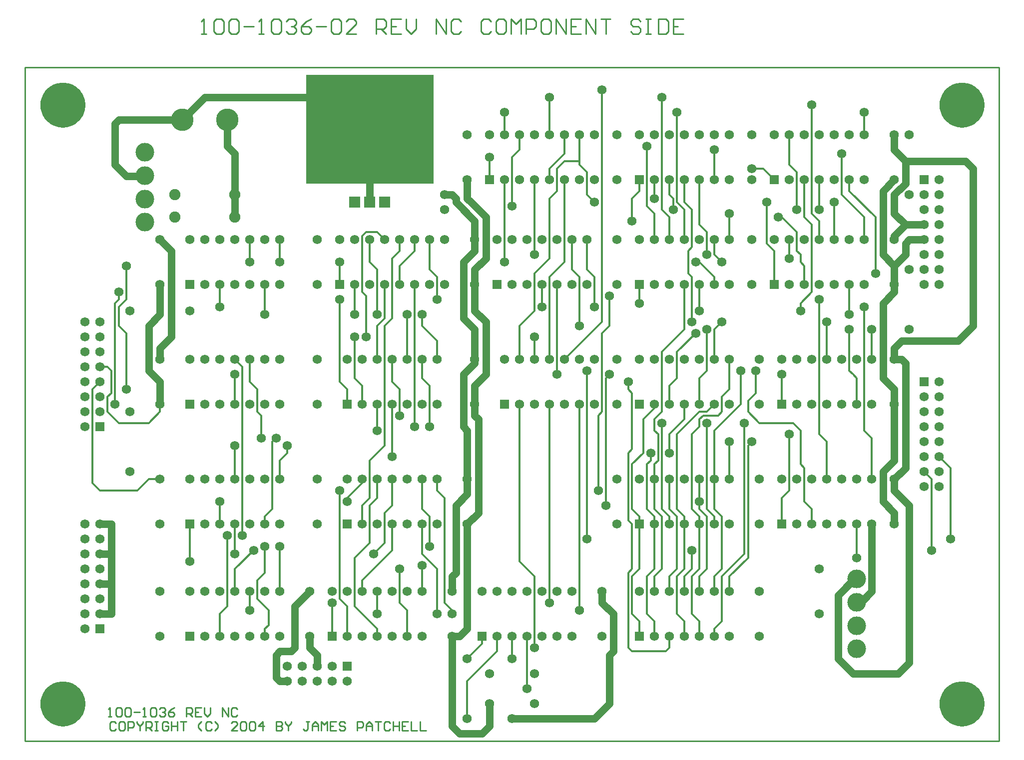
<source format=gtl>
*%FSLAX23Y23*%
*%MOIN*%
G01*
%ADD11C,0.006*%
%ADD12C,0.007*%
%ADD13C,0.008*%
%ADD14C,0.010*%
%ADD15C,0.012*%
%ADD16C,0.020*%
%ADD17C,0.036*%
%ADD18C,0.042*%
%ADD19C,0.050*%
%ADD20C,0.056*%
%ADD21C,0.062*%
%ADD22C,0.066*%
%ADD23C,0.068*%
%ADD24C,0.070*%
%ADD25C,0.075*%
%ADD26C,0.081*%
%ADD27C,0.090*%
%ADD28C,0.120*%
%ADD29C,0.125*%
%ADD30C,0.131*%
%ADD31C,0.140*%
%ADD32C,0.150*%
%ADD33C,0.156*%
%ADD34C,0.160*%
%ADD35C,0.250*%
%ADD36C,0.250*%
%ADD37R,0.062X0.062*%
%ADD38R,0.068X0.068*%
%ADD39R,0.075X0.075*%
%ADD40R,0.081X0.081*%
%ADD41R,0.250X0.250*%
D14*
X7791Y10138D02*
X7824D01*
X7808D01*
Y10238D01*
X7809D01*
X7808D02*
X7791Y10221D01*
X7874D02*
X7891Y10238D01*
X7924D01*
X7941Y10221D01*
Y10155D01*
X7924Y10138D01*
X7891D01*
X7874Y10155D01*
Y10221D01*
X7974D02*
X7991Y10238D01*
X8024D01*
X8041Y10221D01*
Y10155D01*
X8024Y10138D01*
X7991D01*
X7974Y10155D01*
Y10221D01*
X8074Y10188D02*
X8141D01*
X8174Y10138D02*
X8208D01*
X8191D01*
Y10238D01*
X8192D01*
X8191D02*
X8174Y10221D01*
X8258D02*
X8274Y10238D01*
X8308D01*
X8324Y10221D01*
Y10155D01*
X8308Y10138D01*
X8274D01*
X8258Y10155D01*
Y10221D01*
X8357D02*
X8374Y10238D01*
X8407D01*
X8424Y10221D01*
Y10205D01*
X8425D01*
X8424D02*
X8425D01*
X8424D02*
X8425D01*
X8424D02*
X8407Y10188D01*
X8391D01*
X8407D01*
X8424Y10171D01*
Y10155D01*
X8407Y10138D01*
X8374D01*
X8357Y10155D01*
X8491Y10221D02*
X8524Y10238D01*
X8491Y10221D02*
X8457Y10188D01*
Y10155D01*
X8474Y10138D01*
X8507D01*
X8524Y10155D01*
Y10171D01*
X8507Y10188D01*
X8457D01*
X8557D02*
X8624D01*
X8657Y10221D02*
X8674Y10238D01*
X8707D01*
X8724Y10221D01*
Y10155D01*
X8707Y10138D01*
X8674D01*
X8657Y10155D01*
Y10221D01*
X8757Y10138D02*
X8824D01*
X8757D02*
X8824Y10205D01*
Y10221D01*
X8807Y10238D01*
X8774D01*
X8757Y10221D01*
X8957Y10238D02*
Y10138D01*
Y10238D02*
X9007D01*
X9024Y10221D01*
Y10188D01*
X9007Y10171D01*
X8957D01*
X8991D02*
X9024Y10138D01*
X9057Y10238D02*
X9124D01*
X9057D02*
Y10138D01*
X9124D01*
X9091Y10188D02*
X9057D01*
X9157Y10171D02*
Y10238D01*
Y10171D02*
X9191Y10138D01*
X9224Y10171D01*
Y10238D01*
X9357D02*
Y10138D01*
X9424D02*
X9357Y10238D01*
X9424D02*
Y10138D01*
X9524Y10221D02*
X9507Y10238D01*
X9474D01*
X9457Y10221D01*
Y10155D01*
X9474Y10138D01*
X9507D01*
X9524Y10155D01*
X9707Y10238D02*
X9724Y10221D01*
X9707Y10238D02*
X9674D01*
X9657Y10221D01*
Y10155D01*
X9674Y10138D01*
X9707D01*
X9724Y10155D01*
X9774Y10238D02*
X9807D01*
X9774D02*
X9757Y10221D01*
Y10155D01*
X9774Y10138D01*
X9807D01*
X9824Y10155D01*
Y10221D01*
X9807Y10238D01*
X9857D02*
Y10138D01*
X9890Y10205D02*
X9857Y10238D01*
X9890Y10205D02*
X9924Y10238D01*
Y10138D01*
X9957D02*
Y10238D01*
X10007D01*
X10024Y10221D01*
Y10188D01*
X10007Y10171D01*
X9957D01*
X10074Y10238D02*
X10107D01*
X10074D02*
X10057Y10221D01*
Y10155D01*
X10074Y10138D01*
X10107D01*
X10124Y10155D01*
Y10221D01*
X10107Y10238D01*
X10157D02*
Y10138D01*
X10224D02*
X10157Y10238D01*
X10224D02*
Y10138D01*
X10257Y10238D02*
X10324D01*
X10257D02*
Y10138D01*
X10324D01*
X10290Y10188D02*
X10257D01*
X10357Y10138D02*
Y10238D01*
X10423Y10138D01*
Y10238D01*
X10457D02*
X10523D01*
X10490D01*
Y10138D01*
X10707Y10238D02*
X10723Y10221D01*
X10707Y10238D02*
X10673D01*
X10657Y10221D01*
Y10205D01*
X10673Y10188D01*
X10707D01*
X10723Y10171D01*
Y10155D01*
X10707Y10138D01*
X10673D01*
X10657Y10155D01*
X10757Y10238D02*
X10790D01*
X10773D01*
Y10138D01*
X10757D01*
X10790D01*
X10840D02*
Y10238D01*
Y10138D02*
X10890D01*
X10907Y10155D01*
Y10221D01*
X10890Y10238D01*
X10840D01*
X10940D02*
X11007D01*
X10940D02*
Y10138D01*
X11007D01*
X10973Y10188D02*
X10940D01*
X7191Y5578D02*
X7171D01*
X7181D02*
X7191D01*
X7181D02*
Y5638D01*
X7182D01*
X7181D02*
X7171Y5628D01*
X7221D02*
X7231Y5638D01*
X7251D01*
X7261Y5628D01*
Y5588D01*
X7251Y5578D01*
X7231D01*
X7221Y5588D01*
Y5628D01*
X7281D02*
X7291Y5638D01*
X7311D01*
X7321Y5628D01*
Y5588D01*
X7311Y5578D01*
X7291D01*
X7281Y5588D01*
Y5628D01*
X7341Y5608D02*
X7381D01*
X7401Y5578D02*
X7421D01*
X7411D01*
Y5638D01*
X7412D01*
X7411D02*
X7401Y5628D01*
X7451D02*
X7461Y5638D01*
X7481D01*
X7491Y5628D01*
Y5588D01*
X7481Y5578D01*
X7461D01*
X7451Y5588D01*
Y5628D01*
X7511D02*
X7521Y5638D01*
X7541D01*
X7551Y5628D01*
Y5618D01*
X7552D01*
X7551D02*
X7552D01*
X7551D02*
X7552D01*
X7551D02*
X7541Y5608D01*
X7531D01*
X7541D01*
X7551Y5598D01*
Y5588D01*
X7541Y5578D01*
X7521D01*
X7511Y5588D01*
X7591Y5628D02*
X7611Y5638D01*
X7591Y5628D02*
X7571Y5608D01*
Y5588D01*
X7581Y5578D01*
X7601D01*
X7611Y5588D01*
Y5598D01*
X7601Y5608D01*
X7571D01*
X7691Y5578D02*
Y5638D01*
X7721D01*
X7731Y5628D01*
Y5608D01*
X7721Y5598D01*
X7691D01*
X7711D02*
X7731Y5578D01*
X7751Y5638D02*
X7791D01*
X7751D02*
Y5578D01*
X7791D01*
X7771Y5608D02*
X7751D01*
X7811Y5598D02*
Y5638D01*
Y5598D02*
X7831Y5578D01*
X7851Y5598D01*
Y5638D01*
X7931D02*
Y5578D01*
X7971D02*
X7931Y5638D01*
X7971D02*
Y5578D01*
X8031Y5628D02*
X8021Y5638D01*
X8001D01*
X7991Y5628D01*
Y5588D01*
X8001Y5578D01*
X8021D01*
X8031Y5588D01*
X7221Y5533D02*
X7211Y5543D01*
X7191D01*
X7181Y5533D01*
Y5493D01*
X7191Y5483D01*
X7211D01*
X7221Y5493D01*
X7251Y5543D02*
X7271D01*
X7251D02*
X7241Y5533D01*
Y5493D01*
X7251Y5483D01*
X7271D01*
X7281Y5493D01*
Y5533D01*
X7271Y5543D01*
X7301D02*
Y5483D01*
Y5543D02*
X7331D01*
X7341Y5533D01*
Y5513D01*
X7331Y5503D01*
X7301D01*
X7361Y5533D02*
Y5543D01*
Y5533D02*
X7381Y5513D01*
X7401Y5533D01*
Y5543D01*
X7381Y5513D02*
Y5483D01*
X7421D02*
Y5543D01*
X7451D01*
X7461Y5533D01*
Y5513D01*
X7451Y5503D01*
X7421D01*
X7441D02*
X7461Y5483D01*
X7481Y5543D02*
X7501D01*
X7491D01*
Y5483D01*
X7481D01*
X7501D01*
X7561Y5543D02*
X7571Y5533D01*
X7561Y5543D02*
X7541D01*
X7531Y5533D01*
Y5493D01*
X7541Y5483D01*
X7561D01*
X7571Y5493D01*
Y5513D01*
X7551D01*
X7591Y5543D02*
Y5483D01*
Y5513D01*
X7631D01*
Y5543D01*
Y5483D01*
X7651Y5543D02*
X7691D01*
X7671D01*
Y5483D01*
X7771Y5503D02*
X7791Y5483D01*
X7771Y5503D02*
Y5523D01*
X7791Y5543D01*
X7851D02*
X7861Y5533D01*
X7851Y5543D02*
X7831D01*
X7821Y5533D01*
Y5493D01*
X7831Y5483D01*
X7851D01*
X7861Y5493D01*
X7881Y5483D02*
X7901Y5503D01*
Y5523D01*
X7881Y5543D01*
X7991Y5483D02*
X8031D01*
X7991D02*
X8031Y5523D01*
Y5533D01*
X8021Y5543D01*
X8001D01*
X7991Y5533D01*
X8051D02*
X8061Y5543D01*
X8081D01*
X8091Y5533D01*
Y5493D01*
X8081Y5483D01*
X8061D01*
X8051Y5493D01*
Y5533D01*
X8111D02*
X8121Y5543D01*
X8141D01*
X8151Y5533D01*
Y5493D01*
X8141Y5483D01*
X8121D01*
X8111Y5493D01*
Y5533D01*
X8201Y5543D02*
Y5483D01*
X8171Y5513D02*
X8201Y5543D01*
X8211Y5513D02*
X8171D01*
X8291Y5543D02*
Y5483D01*
X8321D01*
X8331Y5493D01*
Y5503D01*
X8321Y5513D01*
X8291D01*
X8292D01*
X8291D02*
X8292D01*
X8291D02*
X8292D01*
X8291D02*
X8321D01*
X8331Y5523D01*
Y5533D01*
X8321Y5543D01*
X8291D01*
X8351D02*
Y5533D01*
X8371Y5513D01*
X8391Y5533D01*
Y5543D01*
X8371Y5513D02*
Y5483D01*
X8491Y5543D02*
X8511D01*
X8501D02*
X8491D01*
X8501D02*
Y5493D01*
X8491Y5483D01*
X8481D01*
X8471Y5493D01*
X8531Y5483D02*
Y5523D01*
X8551Y5543D01*
X8571Y5523D01*
Y5483D01*
Y5513D01*
X8531D01*
X8591Y5483D02*
Y5543D01*
X8611Y5523D01*
X8631Y5543D01*
Y5483D01*
X8651Y5543D02*
X8691D01*
X8651D02*
Y5483D01*
X8691D01*
X8671Y5513D02*
X8651D01*
X8740Y5543D02*
X8750Y5533D01*
X8740Y5543D02*
X8721D01*
X8711Y5533D01*
Y5523D01*
X8721Y5513D01*
X8740D01*
X8750Y5503D01*
Y5493D01*
X8740Y5483D01*
X8721D01*
X8711Y5493D01*
X8830Y5483D02*
Y5543D01*
X8860D01*
X8870Y5533D01*
Y5513D01*
X8860Y5503D01*
X8830D01*
X8890Y5483D02*
Y5523D01*
X8910Y5543D01*
X8930Y5523D01*
Y5483D01*
Y5513D01*
X8890D01*
X8950Y5543D02*
X8990D01*
X8970D01*
Y5483D01*
X9040Y5543D02*
X9050Y5533D01*
X9040Y5543D02*
X9020D01*
X9010Y5533D01*
Y5493D01*
X9020Y5483D01*
X9040D01*
X9050Y5493D01*
X9070Y5483D02*
Y5543D01*
Y5513D02*
Y5483D01*
Y5513D02*
X9110D01*
Y5543D01*
Y5483D01*
X9130Y5543D02*
X9170D01*
X9130D02*
Y5483D01*
X9170D01*
X9150Y5513D02*
X9130D01*
X9190Y5543D02*
Y5483D01*
X9230D01*
X9250D02*
Y5543D01*
Y5483D02*
X9290D01*
X13116Y5413D02*
Y9913D01*
X6616D02*
Y5413D01*
X13116D01*
Y9913D02*
X6616D01*
D15*
X8816Y6313D02*
X8966Y6163D01*
X12091Y9038D02*
X12216Y8913D01*
X12291D02*
X12116Y9088D01*
X10466Y8213D02*
X10216Y7963D01*
X10966Y8013D02*
X11091Y8138D01*
X9766Y6013D02*
X9566Y5813D01*
X8141Y6688D02*
X8016Y6563D01*
X8866Y6488D02*
X9066Y6688D01*
X11216Y7488D02*
X11391Y7663D01*
X11441Y6638D02*
X11316Y6513D01*
X10866Y8013D02*
X11016Y8163D01*
X11116Y7613D02*
X10966Y7463D01*
X11416Y6663D02*
X11266Y6513D01*
X7066Y7138D02*
Y7763D01*
X7166Y7713D02*
Y7613D01*
X7066Y7138D02*
X7116Y7088D01*
X7241Y7538D02*
X7166Y7613D01*
X7191Y7888D02*
X7166Y7913D01*
X7116Y7813D02*
X7066Y7763D01*
X7166Y7713D02*
X7191Y7738D01*
X10666Y6013D02*
X10891D01*
X7191Y7738D02*
Y7888D01*
X7291Y8363D02*
Y8588D01*
X7241Y8313D02*
Y8188D01*
X7291Y8138D02*
Y7763D01*
X7241Y8363D02*
Y8413D01*
X7216Y8338D02*
Y7663D01*
X7291Y8138D02*
X7241Y8188D01*
X7441Y7163D02*
X7366Y7088D01*
X7241Y8313D02*
X7291Y8363D01*
X7241D02*
X7216Y8338D01*
X7516Y7663D02*
Y7613D01*
X7441Y7538D01*
X7716Y6863D02*
Y6613D01*
X7916Y8313D02*
Y8463D01*
Y6263D02*
Y6113D01*
Y6863D02*
Y7013D01*
X7966Y6313D02*
X7916Y6263D01*
X8116Y8613D02*
Y8763D01*
X7966Y6788D02*
Y6313D01*
X8016Y6413D02*
Y6563D01*
X8066Y6788D02*
Y7913D01*
X8016Y6863D02*
Y6663D01*
Y7163D02*
Y7388D01*
X8116Y7813D02*
Y7963D01*
X8016Y7863D02*
Y7663D01*
X8116Y6413D02*
Y6288D01*
X8066Y7913D02*
X8016Y7963D01*
X8116Y7813D02*
X8166Y7763D01*
X7366Y7088D02*
X7116D01*
X8316Y8613D02*
Y8763D01*
X8216Y8463D02*
Y8263D01*
Y6163D02*
Y6113D01*
X8241Y6188D02*
Y6288D01*
X8166Y6363D02*
Y6488D01*
X8216Y6538D02*
Y6713D01*
X8316D02*
Y6413D01*
Y7163D02*
Y7288D01*
X8216Y6913D02*
Y6863D01*
X8266Y6963D02*
Y7413D01*
X8166Y7613D02*
Y7763D01*
X8191Y7588D02*
Y7438D01*
X8166Y6363D02*
X8241Y6288D01*
X8191Y7588D02*
X8166Y7613D01*
X8241Y6188D02*
X8216Y6163D01*
X8166Y6488D02*
X8216Y6538D01*
X8316Y7288D02*
X8366Y7338D01*
X8266Y6963D02*
X8216Y6913D01*
X8266Y7413D02*
X8291Y7438D01*
X7516Y7163D02*
X7441D01*
X8366Y7338D02*
Y7388D01*
X7441Y7538D02*
X7241D01*
X11516D02*
X11741D01*
X8716Y7813D02*
Y8363D01*
Y8463D02*
Y8613D01*
Y7088D02*
Y6363D01*
X8666Y6338D02*
Y6113D01*
X8766Y7763D02*
X8716Y7813D01*
Y6363D02*
X8766Y6313D01*
X11116Y7613D02*
X11166D01*
X11141Y7588D02*
X11241D01*
X8866Y7663D02*
Y7788D01*
X8816Y7838D02*
Y8113D01*
X8766Y7763D02*
Y7663D01*
X8866Y8413D02*
Y8788D01*
X8891Y8388D02*
Y8113D01*
X8866Y6488D02*
Y6413D01*
X8916Y6738D02*
Y6988D01*
X8816Y6638D02*
Y6313D01*
X8766D02*
Y6113D01*
X8866Y7138D02*
Y7163D01*
X8766Y7038D02*
Y7013D01*
X8816Y8263D02*
Y8463D01*
X8916Y8713D02*
Y8763D01*
Y8713D02*
Y8613D01*
X8866Y6988D02*
Y6863D01*
X8916Y7038D02*
Y7288D01*
X8866Y7788D02*
X8816Y7838D01*
X8891Y8388D02*
X8866Y8413D01*
X8966Y8563D02*
X8916Y8613D01*
X8866Y8788D02*
X8891Y8813D01*
X9016Y6738D02*
X8941Y6663D01*
X8916Y6738D02*
X8816Y6638D01*
X8766Y7038D02*
X8866Y7138D01*
X8966Y7038D02*
X8916Y6988D01*
X8866D02*
X8916Y7038D01*
Y7288D02*
X9016Y7388D01*
X7166Y7913D02*
X7116D01*
X9116Y8463D02*
Y8588D01*
X8966Y7663D02*
Y7488D01*
X9066Y7313D02*
Y7663D01*
Y7163D02*
Y6988D01*
X9016Y6938D02*
Y6738D01*
X9066Y6688D02*
Y6863D01*
Y7813D02*
Y7963D01*
X9116Y7763D02*
Y7588D01*
X8966Y8263D02*
Y8563D01*
Y8188D02*
Y7963D01*
X9016Y8238D02*
Y8463D01*
X8966Y7163D02*
Y7038D01*
Y6163D02*
Y6113D01*
X9116Y8688D02*
Y8763D01*
X9016Y8188D02*
Y7388D01*
X9066Y8238D02*
Y8638D01*
X9116Y6563D02*
Y6338D01*
X8966Y6263D02*
Y6413D01*
X9016Y8763D02*
X8966Y8813D01*
X9066Y7813D02*
X9116Y7763D01*
Y6338D02*
X9166Y6288D01*
X9116Y8588D02*
X9216Y8688D01*
X9066Y6988D02*
X9016Y6938D01*
X8966Y8188D02*
X9016Y8238D01*
Y8188D02*
X9066Y8238D01*
Y8638D02*
X9116Y8688D01*
X9216D02*
Y8763D01*
Y8463D02*
Y7513D01*
X9316Y8563D02*
Y8763D01*
Y6913D02*
Y6713D01*
X9266Y6663D02*
Y6863D01*
Y6963D02*
Y7163D01*
Y7838D02*
Y7963D01*
X9316Y7788D02*
Y7513D01*
X9266Y8188D02*
Y8263D01*
X9166D02*
Y7963D01*
X9266Y6588D02*
Y6413D01*
X9166Y6288D02*
Y6113D01*
X9366Y6563D02*
X9266Y6663D01*
X9316Y6913D02*
X9266Y6963D01*
X9316Y7788D02*
X9266Y7838D01*
X9366Y8088D02*
X9266Y8188D01*
X9366Y8513D02*
X9316Y8563D01*
X9366Y6563D02*
Y6263D01*
Y7088D02*
Y7163D01*
X9466Y6288D02*
Y6263D01*
X9416Y6338D02*
Y7038D01*
X9366Y7963D02*
Y8088D01*
Y8363D02*
Y8513D01*
X9416Y6338D02*
X9466Y6288D01*
X9416Y7038D02*
X9366Y7088D01*
X9566Y5813D02*
Y5563D01*
X9666Y6063D02*
Y6113D01*
X9716Y9163D02*
Y9313D01*
X9666Y6063D02*
X9566Y5963D01*
X11091Y8613D02*
X11116D01*
X9916Y8188D02*
Y7963D01*
X9766Y6113D02*
Y6013D01*
X9866Y5963D02*
Y6113D01*
X9916Y9363D02*
Y9463D01*
X9866Y9313D02*
Y8988D01*
X9816Y9463D02*
Y9613D01*
Y9163D02*
Y8613D01*
X9916Y7663D02*
Y6613D01*
X10016Y6513D01*
X9916Y8188D02*
X10016Y8288D01*
X9866Y9313D02*
X9916Y9363D01*
X8966Y8813D02*
X8891D01*
X11641Y8913D02*
X11666D01*
X10116Y9163D02*
Y9238D01*
X10016Y8113D02*
Y7963D01*
X10116Y8638D02*
Y9038D01*
X10016Y8538D02*
Y8288D01*
X10116Y8513D02*
Y7963D01*
X10066Y8313D02*
Y8463D01*
X9966Y6113D02*
Y5763D01*
X10116Y9463D02*
Y9713D01*
X10016Y9163D02*
Y8663D01*
Y6513D02*
Y6038D01*
X10116Y6338D02*
Y7663D01*
Y9238D02*
X10216Y9338D01*
X10166Y9088D02*
X10116Y9038D01*
Y8638D02*
X10016Y8538D01*
X10116Y8513D02*
X10216Y8613D01*
Y9338D02*
Y9463D01*
X10166Y9238D02*
Y9088D01*
X10216Y9163D02*
Y8613D01*
X10266Y8563D02*
Y8763D01*
X10166Y8463D02*
Y7863D01*
X10316Y8513D02*
X10266Y8563D01*
X10166Y9238D02*
X10216Y9288D01*
X10316D01*
X11466Y9238D02*
X11541D01*
X10466Y9763D02*
Y8213D01*
Y8138D02*
Y7613D01*
X10316Y9288D02*
Y9388D01*
Y9463D01*
Y9263D01*
X10366Y8763D02*
Y8563D01*
X10416Y8513D02*
Y8313D01*
X10316Y8188D02*
Y8513D01*
X10491Y7838D02*
Y6988D01*
X10366Y6763D02*
Y7888D01*
X10441Y7588D02*
Y7088D01*
X10316Y7663D02*
Y6288D01*
X10366Y9063D02*
Y9213D01*
Y8563D02*
X10416Y8513D01*
X10366Y9213D02*
X10316Y9263D01*
X10366Y9063D02*
X10416Y9013D01*
X10516Y8188D02*
X10466Y8138D01*
X10516Y7863D02*
X10491Y7838D01*
X10466Y7613D02*
X10441Y7588D01*
X10516Y8188D02*
Y8388D01*
X10666Y8888D02*
Y9038D01*
Y7263D02*
Y6963D01*
Y7363D02*
Y7738D01*
X10641Y7338D02*
Y6888D01*
X10666Y6863D02*
Y6563D01*
X10641Y6538D02*
Y6038D01*
Y7763D02*
Y7813D01*
X10666Y6513D02*
Y6263D01*
X10716Y6913D02*
X10666Y6963D01*
X10641Y6888D02*
X10666Y6863D01*
X10641Y6038D02*
X10666Y6013D01*
Y7738D02*
X10641Y7763D01*
X10666Y6263D02*
X10716Y6213D01*
X10666Y9038D02*
X10716Y9088D01*
X10741Y7338D02*
X10666Y7263D01*
X10641Y7338D02*
X10666Y7363D01*
Y6563D02*
X10641Y6538D01*
X10666Y6513D02*
X10716Y6563D01*
Y9088D02*
Y9163D01*
X10866Y8963D02*
Y9713D01*
X10816Y8938D02*
Y8763D01*
X10766Y8988D02*
Y9388D01*
X10716Y8463D02*
Y8338D01*
X10816Y7263D02*
Y7163D01*
Y6963D01*
X10866Y7713D02*
Y8013D01*
Y7713D02*
Y7613D01*
X10816Y7563D02*
Y7488D01*
X10841Y7463D02*
Y7288D01*
X10816Y6913D02*
Y6863D01*
Y6563D01*
X10791Y7288D02*
Y7338D01*
X10766Y7263D02*
Y6963D01*
X10741Y7338D02*
Y7563D01*
X10816Y7638D02*
Y7663D01*
X10716Y6913D02*
Y6863D01*
Y6838D01*
X10866Y6963D02*
Y7538D01*
X10816Y9038D02*
Y9163D01*
Y6513D02*
Y6413D01*
X10866Y6563D02*
Y6913D01*
X10816Y6213D02*
Y6113D01*
X10766Y6263D02*
Y6513D01*
X10716Y6213D02*
Y6113D01*
Y6563D02*
Y6838D01*
X10916Y8913D02*
X10866Y8963D01*
X10816Y8938D02*
X10766Y8988D01*
X10816Y7488D02*
X10841Y7463D01*
X10766Y6963D02*
X10816Y6913D01*
X10866Y6963D02*
X10916Y6913D01*
X10866D02*
X10816Y6963D01*
X10766Y6263D02*
X10816Y6213D01*
Y7563D02*
X10866Y7613D01*
X10841Y7288D02*
X10816Y7263D01*
X10791Y7288D02*
X10766Y7263D01*
X10741Y7563D02*
X10816Y7638D01*
X10916Y6038D02*
X10891Y6013D01*
X10816Y6513D02*
X10866Y6563D01*
X10816D02*
X10766Y6513D01*
X11066Y8713D02*
Y8963D01*
X11041Y8688D02*
Y8538D01*
X11066Y8513D02*
Y8213D01*
X10916Y8763D02*
Y8913D01*
X11016Y9013D02*
Y9163D01*
X10916D02*
Y9063D01*
X10941Y9038D02*
Y8963D01*
X11016D02*
Y8763D01*
X10966Y9013D02*
Y9613D01*
X10916Y7788D02*
Y7663D01*
X10966Y7838D02*
Y8013D01*
X11016Y6513D02*
Y6413D01*
X11066Y6563D02*
Y6688D01*
X11016Y8163D02*
Y8463D01*
Y7663D02*
Y7563D01*
X10916Y7463D02*
Y7338D01*
X11016Y6913D02*
Y6863D01*
Y6563D01*
X10966Y6963D02*
Y7463D01*
X11066D02*
Y6963D01*
X10916Y6913D02*
Y6863D01*
Y6113D02*
Y6038D01*
X11066Y6263D02*
Y6513D01*
X11016Y6213D02*
Y6113D01*
X10966Y6263D02*
Y6513D01*
X10916D02*
Y6413D01*
Y6963D02*
Y7163D01*
X10966Y6913D02*
Y6563D01*
X11066Y8513D02*
X11041Y8538D01*
X11066Y8963D02*
X11016Y9013D01*
X10941Y9038D02*
X10916Y9063D01*
X10966Y9013D02*
X11016Y8963D01*
X10966Y6963D02*
X11016Y6913D01*
X11066Y6963D02*
X11116Y6913D01*
X11066Y6263D02*
X11116Y6213D01*
X11016D02*
X10966Y6263D01*
Y6913D02*
X10916Y6963D01*
X11041Y8688D02*
X11066Y8713D01*
X10966Y7838D02*
X10916Y7788D01*
X11066Y6563D02*
X11016Y6513D01*
X10916Y7463D02*
X11016Y7563D01*
X11066Y7463D02*
X11116Y7513D01*
Y6563D02*
X11066Y6513D01*
X11016Y6563D02*
X10966Y6513D01*
X10916D02*
X10966Y6563D01*
X11216Y8463D02*
Y8513D01*
X11116Y7163D02*
Y6963D01*
X11216Y9163D02*
Y9363D01*
X11116Y8463D02*
Y8288D01*
X11216Y8663D02*
Y8763D01*
Y8163D02*
Y7963D01*
X11116Y7838D02*
Y7663D01*
X11166Y7888D02*
Y8163D01*
X11216Y7488D02*
Y7163D01*
Y6963D01*
X11116Y6913D02*
Y6863D01*
Y6563D01*
X11266Y7613D02*
Y7713D01*
X11116Y7563D02*
Y7513D01*
X11216Y6913D02*
Y6863D01*
X11166Y6963D02*
Y7538D01*
X11216Y6163D02*
Y6113D01*
X11266Y6213D02*
Y6513D01*
X11116Y8863D02*
Y9163D01*
X11166Y8813D02*
Y8663D01*
X11116Y6513D02*
Y6413D01*
X11166Y6563D02*
Y6913D01*
X11216Y6513D02*
Y6413D01*
X11266Y6563D02*
Y6913D01*
X11116Y6213D02*
Y6113D01*
X11216Y8513D02*
X11116Y8613D01*
X11216Y8663D02*
X11266Y8613D01*
X11166Y6963D02*
X11216Y6913D01*
X11166Y8813D02*
X11116Y8863D01*
Y6963D02*
X11166Y6913D01*
X11216Y6963D02*
X11266Y6913D01*
X11216Y8163D02*
X11266Y8213D01*
X11166Y7888D02*
X11116Y7838D01*
X11216Y7663D02*
X11166Y7613D01*
X11266Y7713D02*
X11316Y7763D01*
X11266Y7613D02*
X11241Y7588D01*
X11141D02*
X11116Y7563D01*
X11266Y6213D02*
X11216Y6163D01*
X11116Y6513D02*
X11166Y6563D01*
X11216Y6513D02*
X11266Y6563D01*
X11441Y7613D02*
Y7688D01*
X11316Y8763D02*
Y8938D01*
X11391Y7888D02*
Y7663D01*
X11316Y7413D02*
Y7163D01*
Y6513D02*
Y6413D01*
X11441Y6638D02*
Y7388D01*
X11316Y7763D02*
Y7963D01*
X11416Y7538D02*
Y6663D01*
X11516Y7538D02*
X11441Y7613D01*
Y7688D02*
X11491Y7738D01*
X11466Y7413D02*
X11441Y7388D01*
X11491Y7738D02*
Y7888D01*
X11666Y7038D02*
Y6863D01*
Y7663D02*
Y7863D01*
X11616Y8463D02*
Y8688D01*
X11566Y8738D02*
Y9013D01*
X11666Y8913D02*
X11766Y8813D01*
X11616Y8688D02*
X11566Y8738D01*
X11616Y9163D02*
X11541Y9238D01*
X11716Y7088D02*
X11666Y7038D01*
X11866Y6963D02*
Y6863D01*
X11816Y7013D02*
Y7238D01*
X11791Y7263D02*
Y7488D01*
X11816Y8463D02*
Y8588D01*
X11766Y8688D02*
Y8813D01*
X11791Y8663D02*
Y8613D01*
X11866Y8938D02*
Y9663D01*
X11816Y9163D02*
Y8913D01*
X11791Y8338D02*
Y8288D01*
X11866Y8413D02*
Y8863D01*
X11716Y7463D02*
Y7088D01*
Y8638D02*
Y8763D01*
Y9263D02*
Y9463D01*
X11766Y9213D02*
Y8963D01*
X11816Y7013D02*
X11866Y6963D01*
X11816Y7238D02*
X11791Y7263D01*
Y7488D02*
X11741Y7538D01*
X11791Y8663D02*
X11766Y8688D01*
X11791Y8613D02*
X11816Y8588D01*
X11916Y8888D02*
X11866Y8938D01*
X11816Y8913D02*
X11866Y8863D01*
X11766Y9213D02*
X11716Y9263D01*
X11866Y8413D02*
X11791Y8338D01*
X11916Y8763D02*
Y8888D01*
X12066Y9063D02*
Y9338D01*
X11966Y8213D02*
Y7963D01*
Y7413D02*
Y7163D01*
X11916Y7463D02*
Y8363D01*
Y8963D02*
Y9163D01*
X12016Y9013D02*
Y8763D01*
X12091Y9038D02*
X12066Y9063D01*
X11916Y7463D02*
X11966Y7413D01*
X12216Y7488D02*
Y8313D01*
X12116Y8163D02*
Y7888D01*
X12166Y6863D02*
Y6638D01*
X12116Y8263D02*
Y8463D01*
X12216Y8763D02*
Y8913D01*
X12116Y9088D02*
Y9163D01*
X12216Y9463D02*
Y9613D01*
X12266Y8163D02*
Y7963D01*
X12166Y7838D02*
Y7663D01*
X12266Y7438D02*
Y7163D01*
Y7438D02*
X12216Y7488D01*
X12141Y7863D02*
X12116Y7888D01*
X12141Y7863D02*
X12166Y7838D01*
X12291Y8538D02*
Y8913D01*
X12616Y7213D02*
X12666Y7163D01*
X12791Y7238D02*
Y6763D01*
X12666Y6688D02*
Y7163D01*
X12791Y7238D02*
X12716Y7313D01*
D19*
X12941Y9238D02*
X12891Y9288D01*
X12416Y7088D02*
X12516Y6988D01*
X12041Y5963D02*
X12141Y5863D01*
X12416Y7763D02*
X12341Y7838D01*
X12491Y9288D02*
X12416Y9363D01*
Y8938D02*
X12491Y8863D01*
X12341Y8663D02*
X12416Y8588D01*
X12341Y7013D02*
X12416Y6938D01*
X12491Y7938D02*
X12466Y7963D01*
X7291Y9188D02*
X7216Y9263D01*
X8516Y6038D02*
X8566Y5988D01*
X8316Y5813D02*
X8291Y5838D01*
X10466Y6338D02*
X10541Y6263D01*
X9516Y5463D02*
X9466Y5513D01*
X9491Y9038D02*
X9466Y9063D01*
X9491Y9013D02*
X9616Y8888D01*
X9591Y9013D02*
X9566Y9038D01*
X9591Y9013D02*
X9691Y8913D01*
X9541Y8238D02*
X9616Y8163D01*
X9691Y8213D02*
X9616Y8288D01*
X9541Y7513D02*
X9566Y7488D01*
X9641Y7563D02*
X9616Y7588D01*
X7516Y7813D02*
X7441Y7888D01*
X7591Y8688D02*
X7566Y8713D01*
X7516Y8763D01*
X8016Y9338D02*
X7966Y9388D01*
X12841Y8088D02*
X12941Y8188D01*
X12466Y8088D02*
X12416Y8038D01*
X12516Y5938D02*
X12441Y5863D01*
X12041Y6388D02*
X12166Y6513D01*
X12266Y6413D02*
X12191Y6338D01*
X12341Y8338D02*
X12416Y8413D01*
Y9063D02*
X12491Y9138D01*
X12416Y9163D02*
X12341Y9088D01*
X12416Y7288D02*
X12341Y7213D01*
X12416Y7163D02*
X12491Y7238D01*
X7241Y9563D02*
X7216Y9538D01*
X7666Y9563D02*
X7816Y9713D01*
X9491Y6538D02*
X9466Y6513D01*
X9491Y6988D02*
X9566Y7063D01*
X8516Y6413D02*
X8416Y6313D01*
X8316Y6013D02*
X8291Y5988D01*
X8391Y6013D02*
X8416Y6038D01*
X12416Y8788D02*
X12491Y8863D01*
Y8663D02*
X12416Y8588D01*
X12491Y8738D02*
X12516Y8763D01*
X10541Y6013D02*
X10516Y5988D01*
Y5663D02*
X10416Y5563D01*
X9716Y5513D02*
X9666Y5463D01*
X9516Y6113D02*
X9566Y6163D01*
X9616Y8563D02*
X9691Y8638D01*
X9616Y8688D02*
X9541Y8613D01*
X9691Y7863D02*
X9616Y7788D01*
X9591Y7913D02*
X9616Y7938D01*
X9591Y7913D02*
X9541Y7863D01*
X9641Y6938D02*
X9566Y6863D01*
X7516Y8263D02*
X7441Y8188D01*
X7516Y8038D02*
X7591Y8113D01*
X9866Y5563D02*
X10416D01*
X9666Y5463D02*
X9516D01*
X12141Y5863D02*
X12441D01*
X8366Y5813D02*
X8316D01*
Y6013D02*
X8391D01*
X9466Y6113D02*
X9516D01*
X7216Y9263D02*
Y9538D01*
X7191Y6863D02*
Y6663D01*
Y6463D01*
Y6263D01*
X12166Y6338D02*
X12191D01*
X7191Y6263D02*
X7116D01*
X7516Y8263D02*
Y8463D01*
X7441Y8188D02*
Y7888D01*
X7516Y7813D02*
Y7663D01*
Y7963D02*
Y8038D01*
X7191Y6463D02*
X7116D01*
X7591Y8113D02*
Y8688D01*
X7191Y6663D02*
X7116D01*
Y6863D02*
X7191D01*
X8016Y9063D02*
Y9338D01*
Y9063D02*
Y8913D01*
X7966Y9388D02*
Y9563D01*
X8291Y5988D02*
Y5838D01*
X8516Y6038D02*
Y6113D01*
X8416Y6038D02*
Y6313D01*
X8566Y5988D02*
Y5913D01*
X8916Y9013D02*
Y9713D01*
X12466Y8088D02*
X12841D01*
X12466Y7963D02*
X12416D01*
X9466Y6513D02*
Y6413D01*
X9491Y6538D02*
Y6988D01*
X9466Y6113D02*
Y5513D01*
X9491Y9013D02*
Y9038D01*
X9566Y7163D02*
Y7063D01*
X9716Y5663D02*
Y5513D01*
X9566Y6163D02*
Y6863D01*
X9616Y8763D02*
Y8888D01*
X9566Y9038D02*
Y9163D01*
X9691Y8913D02*
Y8638D01*
X9616Y8563D02*
Y8463D01*
Y8688D02*
Y8763D01*
X9541Y8613D02*
Y8238D01*
X9616Y8163D02*
Y7963D01*
Y8288D02*
Y8463D01*
X9691Y8213D02*
Y7863D01*
X9616Y7788D02*
Y7663D01*
Y7938D02*
Y7963D01*
X9541Y7863D02*
Y7513D01*
X9566Y7488D02*
Y7163D01*
X9616Y7588D02*
Y7663D01*
X9641Y7563D02*
Y6938D01*
X12491Y8863D02*
X12616D01*
Y8763D02*
X12516D01*
X9466Y9063D02*
X9416D01*
X12491Y9288D02*
X12891D01*
X7416Y9188D02*
X7291D01*
X10466Y6413D02*
Y6338D01*
X10541Y6263D02*
Y6013D01*
X10516Y5988D02*
Y5663D01*
X7666Y9563D02*
X7241D01*
X7816Y9713D02*
X8916D01*
X12041Y6388D02*
Y5963D01*
X12266Y6413D02*
Y6863D01*
X12416Y7963D02*
Y8038D01*
Y7163D02*
Y7088D01*
Y8413D02*
Y8463D01*
X12341Y8338D02*
Y7838D01*
X12416Y7763D02*
Y7663D01*
Y8938D02*
Y9063D01*
Y9363D02*
Y9463D01*
X12341Y9088D02*
Y8663D01*
X12416Y6938D02*
Y6863D01*
X12341Y7013D02*
Y7213D01*
X12416Y7288D02*
Y7663D01*
Y8763D02*
Y8788D01*
Y8588D02*
Y8463D01*
X12516Y6988D02*
Y5938D01*
X12491Y9138D02*
Y9288D01*
Y7938D02*
Y7238D01*
Y8663D02*
Y8738D01*
X12941Y9238D02*
Y8188D01*
X12741Y9663D02*
X12742D01*
X12741D02*
X12741Y9653D01*
X12743Y9643D01*
X12745Y9633D01*
X12747Y9623D01*
X12751Y9614D01*
X12755Y9605D01*
X12760Y9596D01*
X12766Y9588D01*
X12772Y9580D01*
X12779Y9573D01*
X12787Y9566D01*
X12795Y9560D01*
X12804Y9555D01*
X12812Y9550D01*
X12822Y9546D01*
X12831Y9543D01*
X12841Y9541D01*
X12851Y9539D01*
X12861Y9538D01*
X12871D01*
X12881Y9539D01*
X12891Y9541D01*
X12901Y9543D01*
X12910Y9546D01*
X12920Y9550D01*
X12928Y9555D01*
X12937Y9560D01*
X12945Y9566D01*
X12953Y9573D01*
X12960Y9580D01*
X12966Y9588D01*
X12972Y9596D01*
X12977Y9605D01*
X12981Y9614D01*
X12985Y9623D01*
X12987Y9633D01*
X12989Y9643D01*
X12991Y9653D01*
X12991Y9663D01*
X12992D01*
X12991D02*
X12991Y9673D01*
X12989Y9683D01*
X12987Y9693D01*
X12985Y9703D01*
X12981Y9712D01*
X12977Y9721D01*
X12972Y9730D01*
X12966Y9738D01*
X12960Y9746D01*
X12953Y9753D01*
X12945Y9760D01*
X12937Y9766D01*
X12928Y9771D01*
X12920Y9776D01*
X12910Y9780D01*
X12901Y9783D01*
X12891Y9785D01*
X12881Y9787D01*
X12871Y9788D01*
X12861D01*
X12851Y9787D01*
X12841Y9785D01*
X12831Y9783D01*
X12822Y9780D01*
X12812Y9776D01*
X12804Y9771D01*
X12795Y9766D01*
X12787Y9760D01*
X12779Y9753D01*
X12772Y9746D01*
X12766Y9738D01*
X12760Y9730D01*
X12755Y9721D01*
X12751Y9712D01*
X12747Y9703D01*
X12745Y9693D01*
X12743Y9683D01*
X12741Y9673D01*
X12741Y9663D01*
X12789D02*
X12790D01*
X12789D02*
X12790Y9654D01*
X12791Y9645D01*
X12794Y9637D01*
X12797Y9628D01*
X12802Y9621D01*
X12807Y9614D01*
X12813Y9607D01*
X12820Y9601D01*
X12828Y9596D01*
X12836Y9592D01*
X12844Y9589D01*
X12853Y9587D01*
X12862Y9586D01*
X12870D01*
X12879Y9587D01*
X12888Y9589D01*
X12896Y9592D01*
X12904Y9596D01*
X12912Y9601D01*
X12919Y9607D01*
X12925Y9614D01*
X12930Y9621D01*
X12935Y9628D01*
X12938Y9637D01*
X12941Y9645D01*
X12942Y9654D01*
X12943Y9663D01*
X12944D01*
X12943D02*
X12942Y9672D01*
X12941Y9681D01*
X12938Y9689D01*
X12935Y9698D01*
X12930Y9705D01*
X12925Y9712D01*
X12919Y9719D01*
X12912Y9725D01*
X12904Y9730D01*
X12896Y9734D01*
X12888Y9737D01*
X12879Y9739D01*
X12870Y9740D01*
X12862D01*
X12853Y9739D01*
X12844Y9737D01*
X12836Y9734D01*
X12828Y9730D01*
X12820Y9725D01*
X12813Y9719D01*
X12807Y9712D01*
X12802Y9705D01*
X12797Y9698D01*
X12794Y9689D01*
X12791Y9681D01*
X12790Y9672D01*
X12789Y9663D01*
X12837D02*
X12838D01*
X12837D02*
X12838Y9657D01*
X12840Y9651D01*
X12843Y9646D01*
X12847Y9641D01*
X12852Y9638D01*
X12857Y9635D01*
X12863Y9634D01*
X12869D01*
X12875Y9635D01*
X12880Y9638D01*
X12885Y9641D01*
X12889Y9646D01*
X12892Y9651D01*
X12894Y9657D01*
X12895Y9663D01*
X12896D01*
X12895D02*
X12894Y9669D01*
X12892Y9675D01*
X12889Y9680D01*
X12885Y9685D01*
X12880Y9688D01*
X12875Y9691D01*
X12869Y9692D01*
X12863D01*
X12857Y9691D01*
X12852Y9688D01*
X12847Y9685D01*
X12843Y9680D01*
X12840Y9675D01*
X12838Y9669D01*
X12837Y9663D01*
X12866D02*
D03*
X12741Y5663D02*
X12742D01*
X12741D02*
X12741Y5653D01*
X12743Y5643D01*
X12745Y5633D01*
X12747Y5623D01*
X12751Y5614D01*
X12755Y5605D01*
X12760Y5596D01*
X12766Y5588D01*
X12772Y5580D01*
X12779Y5573D01*
X12787Y5566D01*
X12795Y5560D01*
X12804Y5555D01*
X12812Y5550D01*
X12822Y5546D01*
X12831Y5543D01*
X12841Y5541D01*
X12851Y5539D01*
X12861Y5538D01*
X12871D01*
X12881Y5539D01*
X12891Y5541D01*
X12901Y5543D01*
X12910Y5546D01*
X12920Y5550D01*
X12928Y5555D01*
X12937Y5560D01*
X12945Y5566D01*
X12953Y5573D01*
X12960Y5580D01*
X12966Y5588D01*
X12972Y5596D01*
X12977Y5605D01*
X12981Y5614D01*
X12985Y5623D01*
X12987Y5633D01*
X12989Y5643D01*
X12991Y5653D01*
X12991Y5663D01*
X12992D01*
X12991D02*
X12991Y5673D01*
X12989Y5683D01*
X12987Y5693D01*
X12985Y5703D01*
X12981Y5712D01*
X12977Y5721D01*
X12972Y5730D01*
X12966Y5738D01*
X12960Y5746D01*
X12953Y5753D01*
X12945Y5760D01*
X12937Y5766D01*
X12928Y5771D01*
X12920Y5776D01*
X12910Y5780D01*
X12901Y5783D01*
X12891Y5785D01*
X12881Y5787D01*
X12871Y5788D01*
X12861D01*
X12851Y5787D01*
X12841Y5785D01*
X12831Y5783D01*
X12822Y5780D01*
X12812Y5776D01*
X12804Y5771D01*
X12795Y5766D01*
X12787Y5760D01*
X12779Y5753D01*
X12772Y5746D01*
X12766Y5738D01*
X12760Y5730D01*
X12755Y5721D01*
X12751Y5712D01*
X12747Y5703D01*
X12745Y5693D01*
X12743Y5683D01*
X12741Y5673D01*
X12741Y5663D01*
X12789D02*
X12790D01*
X12789D02*
X12790Y5654D01*
X12791Y5645D01*
X12794Y5637D01*
X12797Y5628D01*
X12802Y5621D01*
X12807Y5614D01*
X12813Y5607D01*
X12820Y5601D01*
X12828Y5596D01*
X12836Y5592D01*
X12844Y5589D01*
X12853Y5587D01*
X12862Y5586D01*
X12870D01*
X12879Y5587D01*
X12888Y5589D01*
X12896Y5592D01*
X12904Y5596D01*
X12912Y5601D01*
X12919Y5607D01*
X12925Y5614D01*
X12930Y5621D01*
X12935Y5628D01*
X12938Y5637D01*
X12941Y5645D01*
X12942Y5654D01*
X12943Y5663D01*
X12944D01*
X12943D02*
X12942Y5672D01*
X12941Y5681D01*
X12938Y5689D01*
X12935Y5698D01*
X12930Y5705D01*
X12925Y5712D01*
X12919Y5719D01*
X12912Y5725D01*
X12904Y5730D01*
X12896Y5734D01*
X12888Y5737D01*
X12879Y5739D01*
X12870Y5740D01*
X12862D01*
X12853Y5739D01*
X12844Y5737D01*
X12836Y5734D01*
X12828Y5730D01*
X12820Y5725D01*
X12813Y5719D01*
X12807Y5712D01*
X12802Y5705D01*
X12797Y5698D01*
X12794Y5689D01*
X12791Y5681D01*
X12790Y5672D01*
X12789Y5663D01*
X12837D02*
X12838D01*
X12837D02*
X12838Y5657D01*
X12840Y5651D01*
X12843Y5646D01*
X12847Y5641D01*
X12852Y5638D01*
X12857Y5635D01*
X12863Y5634D01*
X12869D01*
X12875Y5635D01*
X12880Y5638D01*
X12885Y5641D01*
X12889Y5646D01*
X12892Y5651D01*
X12894Y5657D01*
X12895Y5663D01*
X12896D01*
X12895D02*
X12894Y5669D01*
X12892Y5675D01*
X12889Y5680D01*
X12885Y5685D01*
X12880Y5688D01*
X12875Y5691D01*
X12869Y5692D01*
X12863D01*
X12857Y5691D01*
X12852Y5688D01*
X12847Y5685D01*
X12843Y5680D01*
X12840Y5675D01*
X12838Y5669D01*
X12837Y5663D01*
X12866D02*
D03*
X6741Y9663D02*
X6742D01*
X6741D02*
X6741Y9653D01*
X6743Y9643D01*
X6745Y9633D01*
X6747Y9623D01*
X6751Y9614D01*
X6755Y9605D01*
X6760Y9596D01*
X6766Y9588D01*
X6772Y9580D01*
X6779Y9573D01*
X6787Y9566D01*
X6795Y9560D01*
X6804Y9555D01*
X6812Y9550D01*
X6822Y9546D01*
X6831Y9543D01*
X6841Y9541D01*
X6851Y9539D01*
X6861Y9538D01*
X6871D01*
X6881Y9539D01*
X6891Y9541D01*
X6901Y9543D01*
X6910Y9546D01*
X6920Y9550D01*
X6928Y9555D01*
X6937Y9560D01*
X6945Y9566D01*
X6953Y9573D01*
X6960Y9580D01*
X6966Y9588D01*
X6972Y9596D01*
X6977Y9605D01*
X6981Y9614D01*
X6985Y9623D01*
X6987Y9633D01*
X6989Y9643D01*
X6991Y9653D01*
X6991Y9663D01*
X6992D01*
X6991D02*
X6991Y9673D01*
X6989Y9683D01*
X6987Y9693D01*
X6985Y9703D01*
X6981Y9712D01*
X6977Y9721D01*
X6972Y9730D01*
X6966Y9738D01*
X6960Y9746D01*
X6953Y9753D01*
X6945Y9760D01*
X6937Y9766D01*
X6928Y9771D01*
X6920Y9776D01*
X6910Y9780D01*
X6901Y9783D01*
X6891Y9785D01*
X6881Y9787D01*
X6871Y9788D01*
X6861D01*
X6851Y9787D01*
X6841Y9785D01*
X6831Y9783D01*
X6822Y9780D01*
X6812Y9776D01*
X6804Y9771D01*
X6795Y9766D01*
X6787Y9760D01*
X6779Y9753D01*
X6772Y9746D01*
X6766Y9738D01*
X6760Y9730D01*
X6755Y9721D01*
X6751Y9712D01*
X6747Y9703D01*
X6745Y9693D01*
X6743Y9683D01*
X6741Y9673D01*
X6741Y9663D01*
X6789D02*
X6790D01*
X6789D02*
X6790Y9654D01*
X6791Y9645D01*
X6794Y9637D01*
X6797Y9628D01*
X6802Y9621D01*
X6807Y9614D01*
X6813Y9607D01*
X6820Y9601D01*
X6828Y9596D01*
X6836Y9592D01*
X6844Y9589D01*
X6853Y9587D01*
X6862Y9586D01*
X6870D01*
X6879Y9587D01*
X6888Y9589D01*
X6896Y9592D01*
X6904Y9596D01*
X6912Y9601D01*
X6919Y9607D01*
X6925Y9614D01*
X6930Y9621D01*
X6935Y9628D01*
X6938Y9637D01*
X6941Y9645D01*
X6942Y9654D01*
X6943Y9663D01*
X6944D01*
X6943D02*
X6942Y9672D01*
X6941Y9681D01*
X6938Y9689D01*
X6935Y9698D01*
X6930Y9705D01*
X6925Y9712D01*
X6919Y9719D01*
X6912Y9725D01*
X6904Y9730D01*
X6896Y9734D01*
X6888Y9737D01*
X6879Y9739D01*
X6870Y9740D01*
X6862D01*
X6853Y9739D01*
X6844Y9737D01*
X6836Y9734D01*
X6828Y9730D01*
X6820Y9725D01*
X6813Y9719D01*
X6807Y9712D01*
X6802Y9705D01*
X6797Y9698D01*
X6794Y9689D01*
X6791Y9681D01*
X6790Y9672D01*
X6789Y9663D01*
X6837D02*
X6838D01*
X6837D02*
X6838Y9657D01*
X6840Y9651D01*
X6843Y9646D01*
X6847Y9641D01*
X6852Y9638D01*
X6857Y9635D01*
X6863Y9634D01*
X6869D01*
X6875Y9635D01*
X6880Y9638D01*
X6885Y9641D01*
X6889Y9646D01*
X6892Y9651D01*
X6894Y9657D01*
X6895Y9663D01*
X6896D01*
X6895D02*
X6894Y9669D01*
X6892Y9675D01*
X6889Y9680D01*
X6885Y9685D01*
X6880Y9688D01*
X6875Y9691D01*
X6869Y9692D01*
X6863D01*
X6857Y9691D01*
X6852Y9688D01*
X6847Y9685D01*
X6843Y9680D01*
X6840Y9675D01*
X6838Y9669D01*
X6837Y9663D01*
X6866D02*
D03*
X6741Y5663D02*
X6742D01*
X6741D02*
X6741Y5653D01*
X6743Y5643D01*
X6745Y5633D01*
X6747Y5623D01*
X6751Y5614D01*
X6755Y5605D01*
X6760Y5596D01*
X6766Y5588D01*
X6772Y5580D01*
X6779Y5573D01*
X6787Y5566D01*
X6795Y5560D01*
X6804Y5555D01*
X6812Y5550D01*
X6822Y5546D01*
X6831Y5543D01*
X6841Y5541D01*
X6851Y5539D01*
X6861Y5538D01*
X6871D01*
X6881Y5539D01*
X6891Y5541D01*
X6901Y5543D01*
X6910Y5546D01*
X6920Y5550D01*
X6928Y5555D01*
X6937Y5560D01*
X6945Y5566D01*
X6953Y5573D01*
X6960Y5580D01*
X6966Y5588D01*
X6972Y5596D01*
X6977Y5605D01*
X6981Y5614D01*
X6985Y5623D01*
X6987Y5633D01*
X6989Y5643D01*
X6991Y5653D01*
X6991Y5663D01*
X6992D01*
X6991D02*
X6991Y5673D01*
X6989Y5683D01*
X6987Y5693D01*
X6985Y5703D01*
X6981Y5712D01*
X6977Y5721D01*
X6972Y5730D01*
X6966Y5738D01*
X6960Y5746D01*
X6953Y5753D01*
X6945Y5760D01*
X6937Y5766D01*
X6928Y5771D01*
X6920Y5776D01*
X6910Y5780D01*
X6901Y5783D01*
X6891Y5785D01*
X6881Y5787D01*
X6871Y5788D01*
X6861D01*
X6851Y5787D01*
X6841Y5785D01*
X6831Y5783D01*
X6822Y5780D01*
X6812Y5776D01*
X6804Y5771D01*
X6795Y5766D01*
X6787Y5760D01*
X6779Y5753D01*
X6772Y5746D01*
X6766Y5738D01*
X6760Y5730D01*
X6755Y5721D01*
X6751Y5712D01*
X6747Y5703D01*
X6745Y5693D01*
X6743Y5683D01*
X6741Y5673D01*
X6741Y5663D01*
X6789D02*
X6790D01*
X6789D02*
X6790Y5654D01*
X6791Y5645D01*
X6794Y5637D01*
X6797Y5628D01*
X6802Y5621D01*
X6807Y5614D01*
X6813Y5607D01*
X6820Y5601D01*
X6828Y5596D01*
X6836Y5592D01*
X6844Y5589D01*
X6853Y5587D01*
X6862Y5586D01*
X6870D01*
X6879Y5587D01*
X6888Y5589D01*
X6896Y5592D01*
X6904Y5596D01*
X6912Y5601D01*
X6919Y5607D01*
X6925Y5614D01*
X6930Y5621D01*
X6935Y5628D01*
X6938Y5637D01*
X6941Y5645D01*
X6942Y5654D01*
X6943Y5663D01*
X6944D01*
X6943D02*
X6942Y5672D01*
X6941Y5681D01*
X6938Y5689D01*
X6935Y5698D01*
X6930Y5705D01*
X6925Y5712D01*
X6919Y5719D01*
X6912Y5725D01*
X6904Y5730D01*
X6896Y5734D01*
X6888Y5737D01*
X6879Y5739D01*
X6870Y5740D01*
X6862D01*
X6853Y5739D01*
X6844Y5737D01*
X6836Y5734D01*
X6828Y5730D01*
X6820Y5725D01*
X6813Y5719D01*
X6807Y5712D01*
X6802Y5705D01*
X6797Y5698D01*
X6794Y5689D01*
X6791Y5681D01*
X6790Y5672D01*
X6789Y5663D01*
X6837D02*
X6838D01*
X6837D02*
X6838Y5657D01*
X6840Y5651D01*
X6843Y5646D01*
X6847Y5641D01*
X6852Y5638D01*
X6857Y5635D01*
X6863Y5634D01*
X6869D01*
X6875Y5635D01*
X6880Y5638D01*
X6885Y5641D01*
X6889Y5646D01*
X6892Y5651D01*
X6894Y5657D01*
X6895Y5663D01*
X6896D01*
X6895D02*
X6894Y5669D01*
X6892Y5675D01*
X6889Y5680D01*
X6885Y5685D01*
X6880Y5688D01*
X6875Y5691D01*
X6869Y5692D01*
X6863D01*
X6857Y5691D01*
X6852Y5688D01*
X6847Y5685D01*
X6843Y5680D01*
X6840Y5675D01*
X6838Y5669D01*
X6837Y5663D01*
X6866D02*
D03*
D21*
X12666Y6688D02*
D03*
X12791Y6763D02*
D03*
X12291Y8538D02*
D03*
X12216Y9613D02*
D03*
X12266Y8163D02*
D03*
X12116Y8263D02*
D03*
Y8163D02*
D03*
X12216Y8313D02*
D03*
X12166Y6638D02*
D03*
X12066Y9338D02*
D03*
X12016Y9013D02*
D03*
X11916Y8963D02*
D03*
Y8363D02*
D03*
X11966Y8213D02*
D03*
X11866Y9663D02*
D03*
X11766Y8963D02*
D03*
X11716Y8638D02*
D03*
X11791Y8288D02*
D03*
X11716Y7463D02*
D03*
X11566Y9013D02*
D03*
X11666Y7863D02*
D03*
X11641Y8913D02*
D03*
X11491Y7888D02*
D03*
X11466Y9238D02*
D03*
X11416Y7538D02*
D03*
X11391Y7888D02*
D03*
X11316Y8938D02*
D03*
X11466Y7413D02*
D03*
X11316D02*
D03*
X11216Y9363D02*
D03*
X11166Y8663D02*
D03*
Y7538D02*
D03*
Y8163D02*
D03*
X11266Y8213D02*
D03*
Y8613D02*
D03*
X11116Y8288D02*
D03*
Y7013D02*
D03*
X10966Y9613D02*
D03*
X10941Y8963D02*
D03*
X11066Y8213D02*
D03*
X11091Y8613D02*
D03*
Y8138D02*
D03*
X10916Y7338D02*
D03*
X11066Y6688D02*
D03*
X10766Y9388D02*
D03*
X10866Y9713D02*
D03*
X10816Y9038D02*
D03*
X10866Y7538D02*
D03*
X10716Y8338D02*
D03*
X10791Y7338D02*
D03*
X10641Y7813D02*
D03*
X10666Y8888D02*
D03*
X10516Y7863D02*
D03*
Y8388D02*
D03*
X10466Y9763D02*
D03*
X10416Y9013D02*
D03*
X10366Y7888D02*
D03*
X10316Y8188D02*
D03*
X10416Y8313D02*
D03*
X10316Y6288D02*
D03*
X10441Y7088D02*
D03*
X10366Y6763D02*
D03*
X10491Y6988D02*
D03*
X10166Y7863D02*
D03*
X10116Y9713D02*
D03*
X10016Y8663D02*
D03*
X10066Y8313D02*
D03*
X10016Y8113D02*
D03*
X10116Y6338D02*
D03*
X10016Y6038D02*
D03*
X9966Y5763D02*
D03*
X9816Y9613D02*
D03*
Y8613D02*
D03*
X9866Y8988D02*
D03*
X9716Y9313D02*
D03*
X9366Y8363D02*
D03*
Y6263D02*
D03*
X9466D02*
D03*
X9166Y8263D02*
D03*
X9266D02*
D03*
Y6588D02*
D03*
X9316Y7513D02*
D03*
X9216D02*
D03*
X9316Y6713D02*
D03*
X8966Y8263D02*
D03*
X9116Y7588D02*
D03*
X8966Y6263D02*
D03*
X9116Y6563D02*
D03*
X9066Y7313D02*
D03*
X8966Y7488D02*
D03*
X8816Y8263D02*
D03*
X8891Y8113D02*
D03*
X8816D02*
D03*
X8766Y7013D02*
D03*
X8941Y6663D02*
D03*
X8716Y8613D02*
D03*
Y8363D02*
D03*
X8666Y6338D02*
D03*
X8716Y7088D02*
D03*
X8366Y7388D02*
D03*
X8216Y8263D02*
D03*
X8316Y8613D02*
D03*
X8191Y7438D02*
D03*
X8291D02*
D03*
X8316Y6713D02*
D03*
X8216D02*
D03*
X8016Y7863D02*
D03*
X8116Y8613D02*
D03*
Y6288D02*
D03*
X8016Y7388D02*
D03*
Y6663D02*
D03*
X8066Y6788D02*
D03*
X8141Y6688D02*
D03*
X7966Y6788D02*
D03*
X7916Y8313D02*
D03*
Y7013D02*
D03*
X7716Y6613D02*
D03*
X7291Y7763D02*
D03*
Y8588D02*
D03*
X7216Y7663D02*
D03*
X7241Y8413D02*
D03*
X12516Y9063D02*
D03*
Y9463D02*
D03*
X12416Y9163D02*
D03*
Y9463D02*
D03*
X12716Y9163D02*
D03*
X12616Y9063D02*
D03*
X12716D02*
D03*
X12616Y8963D02*
D03*
X12716D02*
D03*
X12616Y8863D02*
D03*
X12716D02*
D03*
X12616Y8763D02*
D03*
X12716D02*
D03*
X12616Y8663D02*
D03*
X12716D02*
D03*
X12616Y8563D02*
D03*
X12716D02*
D03*
X12616Y8463D02*
D03*
X12716D02*
D03*
X12516Y8563D02*
D03*
Y8163D02*
D03*
X12416Y8463D02*
D03*
Y8763D02*
D03*
X12716Y7813D02*
D03*
X12616Y7713D02*
D03*
X12716D02*
D03*
X12616Y7613D02*
D03*
X12716D02*
D03*
X12616Y7513D02*
D03*
X12716D02*
D03*
X12616Y7413D02*
D03*
X12716D02*
D03*
X12616Y7313D02*
D03*
X12716D02*
D03*
X12616Y7213D02*
D03*
X12716D02*
D03*
X12616Y7113D02*
D03*
X12716D02*
D03*
X12416Y7663D02*
D03*
Y7963D02*
D03*
X11916Y6263D02*
D03*
Y6563D02*
D03*
X12416Y6863D02*
D03*
Y7163D02*
D03*
X11466Y9163D02*
D03*
Y9463D02*
D03*
X10916Y9163D02*
D03*
X10716Y9463D02*
D03*
X10816D02*
D03*
X10916D02*
D03*
X11016D02*
D03*
X11116D02*
D03*
X11216D02*
D03*
X11316D02*
D03*
Y9163D02*
D03*
X11216D02*
D03*
X11116D02*
D03*
X11016D02*
D03*
X10816D02*
D03*
X10566D02*
D03*
Y9463D02*
D03*
X11816Y9163D02*
D03*
X11616Y9463D02*
D03*
X11716D02*
D03*
X11816D02*
D03*
X11916D02*
D03*
X12016D02*
D03*
X12116D02*
D03*
X12216D02*
D03*
Y9163D02*
D03*
X12116D02*
D03*
X12016D02*
D03*
X11916D02*
D03*
X11716D02*
D03*
X10916Y8463D02*
D03*
X10716Y8763D02*
D03*
X10816D02*
D03*
X10916D02*
D03*
X11016D02*
D03*
X11116D02*
D03*
X11216D02*
D03*
X11316D02*
D03*
Y8463D02*
D03*
X11216D02*
D03*
X11116D02*
D03*
X11016D02*
D03*
X10816D02*
D03*
X10566D02*
D03*
Y8763D02*
D03*
X11466Y8463D02*
D03*
Y8763D02*
D03*
X11816Y8463D02*
D03*
X11616Y8763D02*
D03*
X11716D02*
D03*
X11816D02*
D03*
X11916D02*
D03*
X12016D02*
D03*
X12116D02*
D03*
X12216D02*
D03*
Y8463D02*
D03*
X12116D02*
D03*
X12016D02*
D03*
X11916D02*
D03*
X11716D02*
D03*
X10916Y7663D02*
D03*
X10716Y7963D02*
D03*
X10816D02*
D03*
X10916D02*
D03*
X11016D02*
D03*
X11116D02*
D03*
X11216D02*
D03*
X11316D02*
D03*
Y7663D02*
D03*
X11216D02*
D03*
X11116D02*
D03*
X11016D02*
D03*
X10816D02*
D03*
X11866D02*
D03*
X11666Y7963D02*
D03*
X11766D02*
D03*
X11866D02*
D03*
X11966D02*
D03*
X12066D02*
D03*
X12166D02*
D03*
X12266D02*
D03*
Y7663D02*
D03*
X12166D02*
D03*
X12066D02*
D03*
X11966D02*
D03*
X11766D02*
D03*
X10566D02*
D03*
Y7963D02*
D03*
X11516Y7663D02*
D03*
Y7963D02*
D03*
Y6113D02*
D03*
Y6413D02*
D03*
X10916Y6113D02*
D03*
X10716Y6413D02*
D03*
X10816D02*
D03*
X10916D02*
D03*
X11016D02*
D03*
X11116D02*
D03*
X11216D02*
D03*
X11316D02*
D03*
Y6113D02*
D03*
X11216D02*
D03*
X11116D02*
D03*
X11016D02*
D03*
X10816D02*
D03*
X10566Y6863D02*
D03*
Y7163D02*
D03*
X10916Y6863D02*
D03*
X10716Y7163D02*
D03*
X10816D02*
D03*
X10916D02*
D03*
X11016D02*
D03*
X11116D02*
D03*
X11216D02*
D03*
X11316D02*
D03*
Y6863D02*
D03*
X11216D02*
D03*
X11116D02*
D03*
X11016D02*
D03*
X10816D02*
D03*
X11866D02*
D03*
X11666Y7163D02*
D03*
X11766D02*
D03*
X11866D02*
D03*
X11966D02*
D03*
X12066D02*
D03*
X12166D02*
D03*
X12266D02*
D03*
Y6863D02*
D03*
X12166D02*
D03*
X12066D02*
D03*
X11966D02*
D03*
X11766D02*
D03*
X11516D02*
D03*
Y7163D02*
D03*
X10466Y6113D02*
D03*
Y6413D02*
D03*
X9566Y9163D02*
D03*
Y9463D02*
D03*
X9716D02*
D03*
X9816D02*
D03*
X9916D02*
D03*
X10016D02*
D03*
X10116D02*
D03*
X10216D02*
D03*
X10316D02*
D03*
X10416D02*
D03*
Y9163D02*
D03*
X10316D02*
D03*
X10216D02*
D03*
X10116D02*
D03*
X10016D02*
D03*
X9916D02*
D03*
X9816D02*
D03*
X9966Y8463D02*
D03*
X9766Y8763D02*
D03*
X9866D02*
D03*
X9966D02*
D03*
X10066D02*
D03*
X10166D02*
D03*
X10266D02*
D03*
X10366D02*
D03*
Y8463D02*
D03*
X10266D02*
D03*
X10166D02*
D03*
X10066D02*
D03*
X9866D02*
D03*
X10016Y7663D02*
D03*
X9816Y7963D02*
D03*
X9916D02*
D03*
X10016D02*
D03*
X10116D02*
D03*
X10216D02*
D03*
X10316D02*
D03*
X10416D02*
D03*
Y7663D02*
D03*
X10316D02*
D03*
X10216D02*
D03*
X10116D02*
D03*
X9916D02*
D03*
X8966D02*
D03*
X8766Y7963D02*
D03*
X8866D02*
D03*
X8966D02*
D03*
X9066D02*
D03*
X9166D02*
D03*
X9266D02*
D03*
X9366D02*
D03*
Y7663D02*
D03*
X9266D02*
D03*
X9166D02*
D03*
X9066D02*
D03*
X8866D02*
D03*
X9416Y8963D02*
D03*
Y9063D02*
D03*
X9616Y8463D02*
D03*
Y8763D02*
D03*
Y7663D02*
D03*
Y7963D02*
D03*
X8966Y6863D02*
D03*
X8766Y7163D02*
D03*
X8866D02*
D03*
X8966D02*
D03*
X9066D02*
D03*
X9166D02*
D03*
X9266D02*
D03*
X9366D02*
D03*
Y6863D02*
D03*
X9266D02*
D03*
X9166D02*
D03*
X9066D02*
D03*
X8866D02*
D03*
X9866Y6113D02*
D03*
X9666Y6413D02*
D03*
X9766D02*
D03*
X9866D02*
D03*
X9966D02*
D03*
X10066D02*
D03*
X10166D02*
D03*
X10266D02*
D03*
Y6113D02*
D03*
X10166D02*
D03*
X10066D02*
D03*
X9966D02*
D03*
X9766D02*
D03*
X9566Y6863D02*
D03*
Y7163D02*
D03*
X9466Y6113D02*
D03*
Y6413D02*
D03*
X10016Y5863D02*
D03*
Y5663D02*
D03*
X9716Y5863D02*
D03*
Y5663D02*
D03*
X9566Y5563D02*
D03*
Y5963D02*
D03*
X9866Y5563D02*
D03*
Y5963D02*
D03*
X8466Y5813D02*
D03*
X8766D02*
D03*
X8666Y5913D02*
D03*
Y5813D02*
D03*
X8566Y5913D02*
D03*
Y5813D02*
D03*
X8466Y5913D02*
D03*
X8366D02*
D03*
Y5813D02*
D03*
X7316Y8288D02*
D03*
X7716D02*
D03*
X8716Y8763D02*
D03*
X8816D02*
D03*
X8916D02*
D03*
X9016D02*
D03*
X9116D02*
D03*
X9216D02*
D03*
X9316D02*
D03*
X9416D02*
D03*
Y8463D02*
D03*
X9316D02*
D03*
X9216D02*
D03*
X9116D02*
D03*
X9016D02*
D03*
X8916D02*
D03*
X8816D02*
D03*
X7916D02*
D03*
X7716Y8763D02*
D03*
X7816D02*
D03*
X7916D02*
D03*
X8016D02*
D03*
X8116D02*
D03*
X8216D02*
D03*
X8316D02*
D03*
Y8463D02*
D03*
X8216D02*
D03*
X8116D02*
D03*
X8016D02*
D03*
X7816D02*
D03*
X7916Y7663D02*
D03*
X7716Y7963D02*
D03*
X7816D02*
D03*
X7916D02*
D03*
X8016D02*
D03*
X8116D02*
D03*
X8216D02*
D03*
X8316D02*
D03*
Y7663D02*
D03*
X8216D02*
D03*
X8116D02*
D03*
X8016D02*
D03*
X7816D02*
D03*
X7516Y8463D02*
D03*
Y8763D02*
D03*
X8566Y8463D02*
D03*
Y8763D02*
D03*
X7516Y7663D02*
D03*
Y7963D02*
D03*
X8566Y7663D02*
D03*
Y7963D02*
D03*
X7316Y7613D02*
D03*
Y7213D02*
D03*
X7916Y6863D02*
D03*
X7716Y7163D02*
D03*
X7816D02*
D03*
X7916D02*
D03*
X8016D02*
D03*
X8116D02*
D03*
X8216D02*
D03*
X8316D02*
D03*
Y6863D02*
D03*
X8216D02*
D03*
X8116D02*
D03*
X8016D02*
D03*
X7816D02*
D03*
X7916Y6113D02*
D03*
X7716Y6413D02*
D03*
X7816D02*
D03*
X7916D02*
D03*
X8016D02*
D03*
X8116D02*
D03*
X8216D02*
D03*
X8316D02*
D03*
Y6113D02*
D03*
X8216D02*
D03*
X8116D02*
D03*
X8016D02*
D03*
X7816D02*
D03*
X7516Y6863D02*
D03*
Y7163D02*
D03*
X8566Y6863D02*
D03*
Y7163D02*
D03*
X7516Y6113D02*
D03*
Y6413D02*
D03*
X8516Y6113D02*
D03*
Y6413D02*
D03*
X8866Y6113D02*
D03*
X8666Y6413D02*
D03*
X8766D02*
D03*
X8866D02*
D03*
X8966D02*
D03*
X9066D02*
D03*
X9166D02*
D03*
X9266D02*
D03*
Y6113D02*
D03*
X9166D02*
D03*
X9066D02*
D03*
X8966D02*
D03*
X8766D02*
D03*
X7016Y6163D02*
D03*
X7116Y6263D02*
D03*
X7016D02*
D03*
X7116Y6363D02*
D03*
X7016D02*
D03*
X7116Y6463D02*
D03*
X7016D02*
D03*
X7116Y6563D02*
D03*
X7016D02*
D03*
X7116Y6663D02*
D03*
X7016D02*
D03*
X7116Y6763D02*
D03*
X7016D02*
D03*
X7116Y6863D02*
D03*
X7016D02*
D03*
Y7513D02*
D03*
X7116Y7613D02*
D03*
X7016D02*
D03*
X7116Y7713D02*
D03*
X7016D02*
D03*
X7116Y7813D02*
D03*
X7016D02*
D03*
X7116Y7913D02*
D03*
X7016D02*
D03*
X7116Y8013D02*
D03*
X7016D02*
D03*
X7116Y8113D02*
D03*
X7016D02*
D03*
X7116Y8213D02*
D03*
X7016D02*
D03*
D25*
X7616Y8913D02*
D03*
X8016D02*
D03*
X7616Y9063D02*
D03*
X8016D02*
D03*
D29*
X12166Y6341D02*
D03*
Y6029D02*
D03*
Y6497D02*
D03*
Y6185D02*
D03*
X7416Y9035D02*
D03*
Y9347D02*
D03*
Y8879D02*
D03*
Y9191D02*
D03*
D32*
X7666Y9563D02*
D03*
X7966D02*
D03*
D35*
X8916Y9713D02*
D03*
D37*
X12616Y9163D02*
D03*
Y7813D02*
D03*
X10716Y9163D02*
D03*
X11616D02*
D03*
X10716Y8463D02*
D03*
X11616D02*
D03*
X10716Y7663D02*
D03*
X11666D02*
D03*
X10716Y6113D02*
D03*
Y6863D02*
D03*
X11666D02*
D03*
X9716Y9163D02*
D03*
X9766Y8463D02*
D03*
X9816Y7663D02*
D03*
X8766D02*
D03*
Y6863D02*
D03*
X9666Y6113D02*
D03*
X8766Y5913D02*
D03*
X8716Y8463D02*
D03*
X7716D02*
D03*
Y7663D02*
D03*
Y6863D02*
D03*
Y6113D02*
D03*
X8666D02*
D03*
X7116Y6163D02*
D03*
Y7513D02*
D03*
D39*
X9016Y9013D02*
D03*
X8916D02*
D03*
X8816D02*
D03*
D41*
X8616Y9263D02*
X9216D01*
Y9738D01*
X8616D01*
Y9263D01*
X8864Y9500D02*
X8968D01*
X8821Y9298D02*
X9011D01*
Y9728D01*
X8821D01*
Y9298D01*
D02*
M02*

</source>
